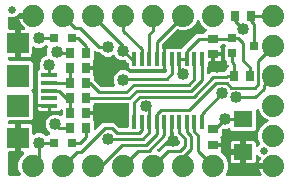
<source format=gbr>
G04 EAGLE Gerber RS-274X export*
G75*
%MOMM*%
%FSLAX34Y34*%
%LPD*%
%INTop Copper*%
%IPPOS*%
%AMOC8*
5,1,8,0,0,1.08239X$1,22.5*%
G01*
%ADD10R,0.381000X1.143000*%
%ADD11R,0.900000X0.700000*%
%ADD12R,0.700000X0.900000*%
%ADD13R,1.400000X0.350000*%
%ADD14R,1.900000X1.800000*%
%ADD15R,1.900000X1.900000*%
%ADD16C,1.879600*%
%ADD17R,1.600000X1.400000*%
%ADD18R,0.800000X0.800000*%
%ADD19R,0.700000X0.700000*%
%ADD20C,0.635000*%
%ADD21C,0.254000*%
%ADD22C,1.016000*%

G36*
X217665Y4070D02*
X217665Y4070D01*
X217705Y4067D01*
X217823Y4090D01*
X217941Y4105D01*
X217978Y4119D01*
X218017Y4127D01*
X218126Y4178D01*
X218237Y4222D01*
X218269Y4245D01*
X218305Y4262D01*
X218397Y4338D01*
X218494Y4408D01*
X218520Y4439D01*
X218550Y4464D01*
X218621Y4561D01*
X218697Y4653D01*
X218714Y4689D01*
X218738Y4722D01*
X218782Y4833D01*
X218833Y4941D01*
X218840Y4980D01*
X218855Y5017D01*
X218870Y5136D01*
X218892Y5253D01*
X218890Y5293D01*
X218895Y5333D01*
X218880Y5452D01*
X218873Y5571D01*
X218860Y5609D01*
X218855Y5648D01*
X218812Y5760D01*
X218775Y5873D01*
X218753Y5907D01*
X218739Y5944D01*
X218653Y6080D01*
X218389Y6443D01*
X217536Y8117D01*
X216955Y9904D01*
X216915Y10161D01*
X227330Y10161D01*
X227448Y10176D01*
X227567Y10183D01*
X227605Y10196D01*
X227645Y10201D01*
X227756Y10244D01*
X227869Y10281D01*
X227903Y10303D01*
X227941Y10318D01*
X228037Y10388D01*
X228138Y10451D01*
X228166Y10481D01*
X228198Y10504D01*
X228274Y10596D01*
X228356Y10683D01*
X228375Y10718D01*
X228401Y10749D01*
X228452Y10857D01*
X228509Y10961D01*
X228520Y11001D01*
X228537Y11037D01*
X228559Y11154D01*
X228589Y11269D01*
X228593Y11330D01*
X228597Y11350D01*
X228595Y11370D01*
X228599Y11430D01*
X228599Y13970D01*
X228584Y14088D01*
X228577Y14207D01*
X228564Y14245D01*
X228559Y14285D01*
X228515Y14396D01*
X228479Y14509D01*
X228457Y14544D01*
X228442Y14581D01*
X228372Y14677D01*
X228309Y14778D01*
X228279Y14806D01*
X228255Y14839D01*
X228164Y14914D01*
X228077Y14996D01*
X228042Y15016D01*
X228010Y15041D01*
X227903Y15092D01*
X227798Y15150D01*
X227759Y15160D01*
X227723Y15177D01*
X227606Y15199D01*
X227491Y15229D01*
X227430Y15233D01*
X227410Y15237D01*
X227390Y15235D01*
X227330Y15239D01*
X216915Y15239D01*
X216955Y15496D01*
X217536Y17283D01*
X218094Y18377D01*
X218097Y18386D01*
X218102Y18395D01*
X218151Y18536D01*
X218201Y18677D01*
X218202Y18686D01*
X218205Y18695D01*
X218217Y18844D01*
X218231Y18993D01*
X218230Y19003D01*
X218231Y19012D01*
X218205Y19159D01*
X218182Y19307D01*
X218178Y19316D01*
X218176Y19326D01*
X218115Y19461D01*
X218056Y19599D01*
X218050Y19607D01*
X218046Y19616D01*
X217953Y19732D01*
X217861Y19851D01*
X217853Y19857D01*
X217847Y19864D01*
X217728Y19954D01*
X217610Y20046D01*
X217601Y20050D01*
X217593Y20055D01*
X217455Y20123D01*
X215907Y21671D01*
X215797Y21757D01*
X215690Y21845D01*
X215672Y21853D01*
X215656Y21866D01*
X215528Y21921D01*
X215403Y21980D01*
X215383Y21984D01*
X215364Y21992D01*
X215227Y22014D01*
X215090Y22040D01*
X215070Y22039D01*
X215050Y22042D01*
X214911Y22029D01*
X214773Y22020D01*
X214754Y22014D01*
X214734Y22012D01*
X214603Y21965D01*
X214470Y21922D01*
X214453Y21911D01*
X214434Y21905D01*
X214319Y21827D01*
X214202Y21752D01*
X214188Y21737D01*
X214171Y21726D01*
X214079Y21622D01*
X213984Y21521D01*
X213974Y21503D01*
X213961Y21488D01*
X213897Y21363D01*
X213830Y21242D01*
X213825Y21222D01*
X213816Y21204D01*
X213786Y21068D01*
X213751Y20934D01*
X213749Y20906D01*
X213746Y20894D01*
X213747Y20874D01*
X213741Y20773D01*
X213741Y16766D01*
X213568Y16119D01*
X213233Y15540D01*
X212760Y15067D01*
X212181Y14732D01*
X211534Y14559D01*
X205739Y14559D01*
X205739Y22830D01*
X205724Y22948D01*
X205717Y23067D01*
X205704Y23105D01*
X205699Y23145D01*
X205655Y23256D01*
X205619Y23369D01*
X205597Y23404D01*
X205582Y23441D01*
X205512Y23537D01*
X205449Y23638D01*
X205419Y23666D01*
X205395Y23698D01*
X205304Y23774D01*
X205217Y23856D01*
X205182Y23875D01*
X205150Y23901D01*
X205043Y23952D01*
X204939Y24009D01*
X204899Y24020D01*
X204863Y24037D01*
X204746Y24059D01*
X204631Y24089D01*
X204570Y24093D01*
X204550Y24097D01*
X204530Y24095D01*
X204470Y24099D01*
X203199Y24099D01*
X203199Y24101D01*
X204470Y24101D01*
X204588Y24116D01*
X204707Y24123D01*
X204745Y24136D01*
X204785Y24141D01*
X204896Y24185D01*
X205009Y24221D01*
X205044Y24243D01*
X205081Y24258D01*
X205177Y24328D01*
X205278Y24391D01*
X205306Y24421D01*
X205338Y24445D01*
X205414Y24536D01*
X205496Y24623D01*
X205515Y24658D01*
X205541Y24690D01*
X205592Y24797D01*
X205649Y24901D01*
X205660Y24941D01*
X205677Y24977D01*
X205699Y25094D01*
X205729Y25209D01*
X205733Y25270D01*
X205737Y25290D01*
X205735Y25310D01*
X205739Y25370D01*
X205739Y33641D01*
X211534Y33641D01*
X212181Y33468D01*
X212760Y33133D01*
X213233Y32660D01*
X213568Y32081D01*
X213741Y31434D01*
X213741Y30027D01*
X213758Y29889D01*
X213771Y29750D01*
X213778Y29731D01*
X213781Y29711D01*
X213832Y29582D01*
X213879Y29451D01*
X213890Y29434D01*
X213898Y29415D01*
X213979Y29303D01*
X214057Y29188D01*
X214073Y29174D01*
X214084Y29158D01*
X214192Y29069D01*
X214296Y28977D01*
X214314Y28968D01*
X214329Y28955D01*
X214455Y28896D01*
X214579Y28833D01*
X214599Y28828D01*
X214617Y28820D01*
X214753Y28794D01*
X214889Y28763D01*
X214910Y28764D01*
X214929Y28760D01*
X215068Y28769D01*
X215207Y28773D01*
X215227Y28778D01*
X215247Y28780D01*
X215379Y28823D01*
X215513Y28861D01*
X215530Y28871D01*
X215549Y28878D01*
X215667Y28952D01*
X215787Y29023D01*
X215808Y29041D01*
X215818Y29048D01*
X215832Y29063D01*
X215907Y29129D01*
X217384Y30606D01*
X217402Y30629D01*
X217425Y30648D01*
X217499Y30754D01*
X217579Y30857D01*
X217591Y30884D01*
X217608Y30908D01*
X217654Y31030D01*
X217705Y31149D01*
X217710Y31178D01*
X217720Y31206D01*
X217735Y31334D01*
X217755Y31463D01*
X217752Y31492D01*
X217756Y31522D01*
X217737Y31650D01*
X217725Y31779D01*
X217715Y31807D01*
X217711Y31836D01*
X217659Y31989D01*
X216153Y35624D01*
X216153Y40576D01*
X218048Y45150D01*
X221550Y48652D01*
X223905Y49627D01*
X224025Y49696D01*
X224148Y49761D01*
X224163Y49775D01*
X224181Y49785D01*
X224281Y49882D01*
X224384Y49975D01*
X224395Y49992D01*
X224409Y50006D01*
X224482Y50124D01*
X224558Y50241D01*
X224565Y50260D01*
X224576Y50277D01*
X224616Y50410D01*
X224662Y50542D01*
X224663Y50562D01*
X224669Y50581D01*
X224676Y50720D01*
X224687Y50859D01*
X224683Y50879D01*
X224684Y50899D01*
X224656Y51035D01*
X224632Y51172D01*
X224624Y51191D01*
X224620Y51210D01*
X224559Y51335D01*
X224502Y51462D01*
X224489Y51478D01*
X224480Y51496D01*
X224390Y51602D01*
X224303Y51710D01*
X224287Y51723D01*
X224274Y51738D01*
X224160Y51818D01*
X224049Y51902D01*
X224024Y51914D01*
X224014Y51921D01*
X223995Y51928D01*
X223905Y51973D01*
X221550Y52948D01*
X218048Y56450D01*
X216691Y59727D01*
X216656Y59788D01*
X216630Y59852D01*
X216578Y59925D01*
X216533Y60003D01*
X216485Y60053D01*
X216444Y60110D01*
X216374Y60167D01*
X216312Y60232D01*
X216252Y60268D01*
X216199Y60313D01*
X216117Y60351D01*
X216041Y60398D01*
X215974Y60418D01*
X215911Y60448D01*
X215823Y60465D01*
X215737Y60491D01*
X215667Y60495D01*
X215598Y60508D01*
X215509Y60502D01*
X215419Y60507D01*
X215351Y60493D01*
X215281Y60488D01*
X215196Y60461D01*
X215108Y60442D01*
X215045Y60412D01*
X214979Y60390D01*
X214903Y60342D01*
X214822Y60303D01*
X214769Y60257D01*
X214710Y60220D01*
X214648Y60155D01*
X214580Y60096D01*
X214540Y60039D01*
X214492Y59988D01*
X214449Y59910D01*
X214397Y59836D01*
X214372Y59771D01*
X214338Y59710D01*
X214316Y59623D01*
X214284Y59539D01*
X214276Y59469D01*
X214259Y59402D01*
X214249Y59241D01*
X214249Y43837D01*
X212463Y42051D01*
X193937Y42051D01*
X191923Y44065D01*
X191900Y44083D01*
X191881Y44106D01*
X191775Y44180D01*
X191672Y44260D01*
X191645Y44272D01*
X191621Y44289D01*
X191500Y44335D01*
X191380Y44386D01*
X191351Y44391D01*
X191323Y44401D01*
X191194Y44416D01*
X191066Y44436D01*
X191037Y44433D01*
X191007Y44437D01*
X190879Y44419D01*
X190749Y44406D01*
X190722Y44396D01*
X190692Y44392D01*
X190540Y44340D01*
X189577Y43941D01*
X186618Y43941D01*
X186500Y43926D01*
X186381Y43919D01*
X186343Y43906D01*
X186302Y43901D01*
X186192Y43858D01*
X186079Y43821D01*
X186044Y43799D01*
X186007Y43784D01*
X185911Y43715D01*
X185810Y43651D01*
X185782Y43621D01*
X185749Y43598D01*
X185673Y43506D01*
X185592Y43419D01*
X185572Y43384D01*
X185547Y43353D01*
X185496Y43245D01*
X185438Y43141D01*
X185428Y43101D01*
X185411Y43065D01*
X185389Y42948D01*
X185359Y42833D01*
X185355Y42773D01*
X185351Y42753D01*
X185353Y42732D01*
X185349Y42672D01*
X185349Y38567D01*
X184150Y37368D01*
X184077Y37274D01*
X183998Y37185D01*
X183980Y37149D01*
X183955Y37117D01*
X183908Y37008D01*
X183853Y36902D01*
X183845Y36862D01*
X183829Y36825D01*
X183810Y36707D01*
X183784Y36591D01*
X183785Y36551D01*
X183779Y36511D01*
X183790Y36392D01*
X183793Y36274D01*
X183805Y36235D01*
X183809Y36194D01*
X183849Y36082D01*
X183882Y35968D01*
X183902Y35933D01*
X183916Y35895D01*
X183983Y35797D01*
X184043Y35694D01*
X184083Y35649D01*
X184095Y35632D01*
X184110Y35619D01*
X184150Y35573D01*
X184333Y35390D01*
X184668Y34811D01*
X184841Y34164D01*
X184841Y32079D01*
X178280Y32079D01*
X178162Y32064D01*
X178043Y32057D01*
X178005Y32044D01*
X177965Y32039D01*
X177854Y31996D01*
X177741Y31959D01*
X177707Y31937D01*
X177669Y31922D01*
X177573Y31853D01*
X177472Y31789D01*
X177444Y31759D01*
X177412Y31736D01*
X177336Y31644D01*
X177254Y31557D01*
X177235Y31522D01*
X177209Y31491D01*
X177158Y31383D01*
X177101Y31279D01*
X177091Y31239D01*
X177073Y31203D01*
X177051Y31086D01*
X177021Y30971D01*
X177017Y30911D01*
X177014Y30891D01*
X177015Y30870D01*
X177011Y30810D01*
X177011Y29850D01*
X177026Y29732D01*
X177033Y29613D01*
X177046Y29575D01*
X177051Y29534D01*
X177095Y29424D01*
X177131Y29311D01*
X177153Y29276D01*
X177168Y29239D01*
X177238Y29142D01*
X177301Y29042D01*
X177331Y29014D01*
X177355Y28981D01*
X177446Y28905D01*
X177533Y28824D01*
X177568Y28804D01*
X177600Y28779D01*
X177707Y28728D01*
X177812Y28670D01*
X177851Y28660D01*
X177887Y28643D01*
X178004Y28621D01*
X178120Y28591D01*
X178180Y28587D01*
X178200Y28583D01*
X178220Y28585D01*
X178280Y28581D01*
X184841Y28581D01*
X184841Y26496D01*
X184668Y25849D01*
X184306Y25223D01*
X184273Y25173D01*
X184206Y25086D01*
X184186Y25041D01*
X184159Y24999D01*
X184123Y24895D01*
X184080Y24795D01*
X184072Y24745D01*
X184056Y24698D01*
X184047Y24589D01*
X184030Y24480D01*
X184034Y24431D01*
X184030Y24381D01*
X184049Y24273D01*
X184059Y24164D01*
X184076Y24117D01*
X184085Y24068D01*
X184130Y23968D01*
X184167Y23865D01*
X184195Y23823D01*
X184215Y23778D01*
X184284Y23692D01*
X184346Y23601D01*
X184383Y23569D01*
X184414Y23530D01*
X184502Y23464D01*
X184584Y23391D01*
X184628Y23368D01*
X184668Y23338D01*
X184813Y23268D01*
X184851Y23252D01*
X188352Y19750D01*
X190247Y15176D01*
X190247Y10224D01*
X188422Y5820D01*
X188409Y5772D01*
X188388Y5727D01*
X188367Y5619D01*
X188338Y5513D01*
X188338Y5463D01*
X188328Y5414D01*
X188335Y5305D01*
X188333Y5195D01*
X188345Y5147D01*
X188348Y5097D01*
X188382Y4993D01*
X188407Y4886D01*
X188431Y4842D01*
X188446Y4795D01*
X188505Y4702D01*
X188556Y4605D01*
X188590Y4568D01*
X188616Y4526D01*
X188696Y4451D01*
X188770Y4369D01*
X188812Y4342D01*
X188848Y4308D01*
X188944Y4255D01*
X189036Y4195D01*
X189083Y4178D01*
X189126Y4154D01*
X189233Y4127D01*
X189337Y4091D01*
X189386Y4087D01*
X189434Y4075D01*
X189595Y4065D01*
X217626Y4065D01*
X217665Y4070D01*
G37*
G36*
X93371Y79255D02*
X93371Y79255D01*
X93420Y79253D01*
X93528Y79275D01*
X93637Y79289D01*
X93683Y79307D01*
X93732Y79317D01*
X93831Y79365D01*
X93933Y79406D01*
X93973Y79435D01*
X94018Y79457D01*
X94101Y79528D01*
X94190Y79592D01*
X94222Y79631D01*
X94260Y79663D01*
X94323Y79753D01*
X94393Y79837D01*
X94414Y79882D01*
X94443Y79923D01*
X94482Y80026D01*
X94528Y80125D01*
X94538Y80174D01*
X94555Y80220D01*
X94568Y80330D01*
X94588Y80437D01*
X94585Y80487D01*
X94591Y80536D01*
X94575Y80645D01*
X94568Y80755D01*
X94553Y80802D01*
X94546Y80851D01*
X94494Y81004D01*
X93471Y83473D01*
X93471Y86707D01*
X94709Y89695D01*
X96995Y91981D01*
X99983Y93219D01*
X103217Y93219D01*
X106205Y91981D01*
X107135Y91051D01*
X107213Y90990D01*
X107286Y90922D01*
X107339Y90893D01*
X107387Y90856D01*
X107477Y90816D01*
X107564Y90768D01*
X107623Y90753D01*
X107678Y90729D01*
X107776Y90714D01*
X107872Y90689D01*
X107972Y90683D01*
X107992Y90679D01*
X108005Y90681D01*
X108033Y90679D01*
X136115Y90679D01*
X136214Y90691D01*
X136313Y90694D01*
X136371Y90711D01*
X136431Y90719D01*
X136523Y90755D01*
X136618Y90783D01*
X136670Y90813D01*
X136727Y90836D01*
X136807Y90894D01*
X136892Y90944D01*
X136967Y91010D01*
X136984Y91022D01*
X136992Y91032D01*
X137013Y91050D01*
X138185Y92222D01*
X138245Y92300D01*
X138313Y92373D01*
X138342Y92426D01*
X138379Y92473D01*
X138419Y92564D01*
X138467Y92651D01*
X138482Y92710D01*
X138506Y92765D01*
X138521Y92863D01*
X138546Y92959D01*
X138552Y93059D01*
X138556Y93079D01*
X138554Y93092D01*
X138556Y93120D01*
X138556Y93472D01*
X138541Y93590D01*
X138534Y93709D01*
X138521Y93747D01*
X138516Y93788D01*
X138473Y93898D01*
X138436Y94011D01*
X138414Y94046D01*
X138399Y94083D01*
X138330Y94179D01*
X138266Y94280D01*
X138236Y94308D01*
X138213Y94341D01*
X138121Y94417D01*
X138034Y94498D01*
X137999Y94518D01*
X137968Y94543D01*
X137860Y94594D01*
X137794Y94630D01*
X137794Y102997D01*
X137794Y111253D01*
X138673Y111253D01*
X138772Y111265D01*
X138871Y111268D01*
X138929Y111285D01*
X138989Y111293D01*
X139081Y111329D01*
X139176Y111357D01*
X139228Y111387D01*
X139285Y111410D01*
X139365Y111468D01*
X139450Y111518D01*
X139525Y111584D01*
X139542Y111596D01*
X139550Y111606D01*
X139571Y111624D01*
X139707Y111761D01*
X150847Y111761D01*
X150946Y111773D01*
X151045Y111776D01*
X151103Y111793D01*
X151163Y111801D01*
X151255Y111837D01*
X151350Y111865D01*
X151402Y111895D01*
X151459Y111918D01*
X151539Y111976D01*
X151624Y112026D01*
X151699Y112092D01*
X151716Y112104D01*
X151724Y112114D01*
X151745Y112132D01*
X163969Y124357D01*
X169281Y124357D01*
X169380Y124369D01*
X169479Y124372D01*
X169537Y124389D01*
X169597Y124397D01*
X169689Y124433D01*
X169784Y124461D01*
X169836Y124491D01*
X169893Y124514D01*
X169973Y124572D01*
X170058Y124622D01*
X170134Y124688D01*
X170150Y124700D01*
X170158Y124710D01*
X170179Y124728D01*
X172128Y126678D01*
X172159Y126717D01*
X172195Y126750D01*
X172256Y126842D01*
X172323Y126929D01*
X172343Y126974D01*
X172370Y127016D01*
X172406Y127120D01*
X172449Y127221D01*
X172457Y127270D01*
X172473Y127317D01*
X172482Y127426D01*
X172499Y127535D01*
X172495Y127584D01*
X172498Y127634D01*
X172480Y127742D01*
X172469Y127851D01*
X172453Y127898D01*
X172444Y127947D01*
X172399Y128047D01*
X172362Y128151D01*
X172334Y128192D01*
X172313Y128237D01*
X172245Y128323D01*
X172183Y128414D01*
X172146Y128447D01*
X172115Y128486D01*
X172027Y128552D01*
X171945Y128624D01*
X171901Y128647D01*
X171861Y128677D01*
X171716Y128748D01*
X170750Y129148D01*
X167248Y132650D01*
X166273Y135005D01*
X166204Y135125D01*
X166139Y135248D01*
X166125Y135263D01*
X166115Y135281D01*
X166018Y135381D01*
X165925Y135484D01*
X165908Y135495D01*
X165894Y135509D01*
X165776Y135582D01*
X165659Y135658D01*
X165640Y135665D01*
X165623Y135676D01*
X165490Y135716D01*
X165358Y135762D01*
X165338Y135763D01*
X165319Y135769D01*
X165180Y135776D01*
X165041Y135787D01*
X165021Y135783D01*
X165001Y135784D01*
X164865Y135756D01*
X164728Y135732D01*
X164709Y135724D01*
X164690Y135720D01*
X164565Y135659D01*
X164438Y135602D01*
X164422Y135589D01*
X164404Y135580D01*
X164298Y135490D01*
X164190Y135403D01*
X164177Y135387D01*
X164162Y135374D01*
X164082Y135260D01*
X163998Y135149D01*
X163986Y135124D01*
X163979Y135114D01*
X163972Y135095D01*
X163927Y135005D01*
X162952Y132650D01*
X159450Y129148D01*
X154876Y127253D01*
X149924Y127253D01*
X147976Y128060D01*
X147948Y128068D01*
X147921Y128081D01*
X147794Y128110D01*
X147669Y128144D01*
X147640Y128145D01*
X147611Y128151D01*
X147481Y128147D01*
X147351Y128149D01*
X147323Y128142D01*
X147293Y128141D01*
X147168Y128105D01*
X147042Y128075D01*
X147016Y128061D01*
X146988Y128053D01*
X146876Y127987D01*
X146761Y127926D01*
X146739Y127907D01*
X146714Y127892D01*
X146593Y127785D01*
X134865Y116058D01*
X134805Y115980D01*
X134737Y115907D01*
X134708Y115854D01*
X134671Y115807D01*
X134631Y115716D01*
X134583Y115629D01*
X134568Y115570D01*
X134544Y115515D01*
X134529Y115417D01*
X134504Y115321D01*
X134498Y115221D01*
X134494Y115201D01*
X134496Y115188D01*
X134494Y115160D01*
X134494Y112522D01*
X134509Y112404D01*
X134516Y112285D01*
X134529Y112247D01*
X134534Y112206D01*
X134577Y112096D01*
X134614Y111983D01*
X134636Y111948D01*
X134651Y111911D01*
X134720Y111815D01*
X134784Y111714D01*
X134814Y111686D01*
X134837Y111653D01*
X134929Y111577D01*
X135016Y111496D01*
X135051Y111476D01*
X135082Y111451D01*
X135190Y111400D01*
X135256Y111364D01*
X135256Y102997D01*
X135256Y94741D01*
X134377Y94741D01*
X134278Y94729D01*
X134179Y94726D01*
X134121Y94709D01*
X134061Y94701D01*
X133969Y94665D01*
X133874Y94637D01*
X133822Y94607D01*
X133765Y94584D01*
X133685Y94526D01*
X133600Y94476D01*
X133525Y94410D01*
X133508Y94398D01*
X133500Y94388D01*
X133479Y94370D01*
X133343Y94233D01*
X107957Y94233D01*
X106171Y96019D01*
X106171Y99031D01*
X106159Y99130D01*
X106156Y99229D01*
X106139Y99287D01*
X106131Y99347D01*
X106095Y99439D01*
X106067Y99534D01*
X106037Y99586D01*
X106014Y99643D01*
X105956Y99723D01*
X105906Y99808D01*
X105840Y99883D01*
X105828Y99900D01*
X105818Y99908D01*
X105800Y99929D01*
X104120Y101609D01*
X104042Y101669D01*
X103969Y101737D01*
X103916Y101766D01*
X103869Y101803D01*
X103778Y101843D01*
X103691Y101891D01*
X103632Y101906D01*
X103577Y101930D01*
X103479Y101945D01*
X103383Y101970D01*
X103283Y101976D01*
X103263Y101980D01*
X103250Y101978D01*
X103222Y101980D01*
X100110Y101980D01*
X97122Y103218D01*
X94796Y105544D01*
X94791Y105554D01*
X94765Y105585D01*
X94745Y105620D01*
X94662Y105706D01*
X94585Y105796D01*
X94552Y105819D01*
X94524Y105849D01*
X94422Y105911D01*
X94325Y105979D01*
X94287Y105994D01*
X94252Y106015D01*
X94139Y106050D01*
X94027Y106092D01*
X93987Y106097D01*
X93949Y106108D01*
X93830Y106114D01*
X93711Y106127D01*
X93671Y106122D01*
X93631Y106124D01*
X93514Y106100D01*
X93396Y106083D01*
X93339Y106063D01*
X93319Y106059D01*
X93301Y106050D01*
X93244Y106031D01*
X90517Y104901D01*
X87283Y104901D01*
X84295Y106139D01*
X82095Y108340D01*
X82016Y108400D01*
X81944Y108468D01*
X81891Y108497D01*
X81843Y108534D01*
X81752Y108574D01*
X81666Y108622D01*
X81607Y108637D01*
X81552Y108661D01*
X81454Y108676D01*
X81358Y108701D01*
X81258Y108707D01*
X81237Y108711D01*
X81225Y108709D01*
X81197Y108711D01*
X79491Y108711D01*
X78715Y109487D01*
X78606Y109572D01*
X78499Y109661D01*
X78480Y109669D01*
X78464Y109682D01*
X78337Y109737D01*
X78211Y109796D01*
X78191Y109800D01*
X78172Y109808D01*
X78034Y109830D01*
X77898Y109856D01*
X77878Y109855D01*
X77858Y109858D01*
X77719Y109845D01*
X77581Y109836D01*
X77562Y109830D01*
X77542Y109828D01*
X77410Y109781D01*
X77279Y109738D01*
X77261Y109728D01*
X77242Y109721D01*
X77127Y109643D01*
X77010Y109568D01*
X76996Y109553D01*
X76979Y109542D01*
X76887Y109438D01*
X76792Y109337D01*
X76782Y109319D01*
X76769Y109304D01*
X76706Y109180D01*
X76638Y109058D01*
X76633Y109038D01*
X76624Y109020D01*
X76594Y108885D01*
X76559Y108750D01*
X76557Y108722D01*
X76554Y108710D01*
X76555Y108690D01*
X76549Y108589D01*
X76549Y102187D01*
X76222Y101860D01*
X76157Y101777D01*
X76085Y101699D01*
X76060Y101652D01*
X76027Y101609D01*
X75985Y101512D01*
X75935Y101419D01*
X75922Y101367D01*
X75901Y101317D01*
X75884Y101213D01*
X75859Y101110D01*
X75859Y101056D01*
X75851Y101003D01*
X75861Y100898D01*
X75862Y100792D01*
X75879Y100708D01*
X75881Y100686D01*
X75886Y100672D01*
X75893Y100634D01*
X76041Y100084D01*
X76041Y96999D01*
X70480Y96999D01*
X70362Y96984D01*
X70243Y96977D01*
X70205Y96964D01*
X70165Y96959D01*
X70054Y96916D01*
X69941Y96879D01*
X69907Y96857D01*
X69869Y96842D01*
X69773Y96773D01*
X69672Y96709D01*
X69644Y96679D01*
X69612Y96656D01*
X69536Y96564D01*
X69454Y96477D01*
X69435Y96442D01*
X69409Y96411D01*
X69358Y96303D01*
X69301Y96199D01*
X69291Y96159D01*
X69273Y96123D01*
X69251Y96006D01*
X69221Y95891D01*
X69217Y95831D01*
X69214Y95811D01*
X69215Y95790D01*
X69211Y95730D01*
X69211Y94770D01*
X69226Y94652D01*
X69233Y94533D01*
X69246Y94495D01*
X69251Y94454D01*
X69295Y94344D01*
X69331Y94231D01*
X69353Y94196D01*
X69368Y94159D01*
X69438Y94062D01*
X69501Y93962D01*
X69531Y93934D01*
X69555Y93901D01*
X69646Y93825D01*
X69733Y93744D01*
X69768Y93724D01*
X69800Y93699D01*
X69907Y93648D01*
X70012Y93590D01*
X70051Y93580D01*
X70087Y93563D01*
X70204Y93541D01*
X70320Y93511D01*
X70380Y93507D01*
X70400Y93503D01*
X70420Y93505D01*
X70480Y93501D01*
X76041Y93501D01*
X76041Y90416D01*
X75893Y89866D01*
X75879Y89761D01*
X75856Y89658D01*
X75858Y89604D01*
X75850Y89551D01*
X75862Y89446D01*
X75866Y89340D01*
X75881Y89288D01*
X75887Y89235D01*
X75925Y89136D01*
X75954Y89034D01*
X75981Y88988D01*
X76001Y88938D01*
X76062Y88852D01*
X76116Y88760D01*
X76172Y88696D01*
X76185Y88678D01*
X76197Y88668D01*
X76222Y88640D01*
X76549Y88313D01*
X76549Y86295D01*
X76561Y86196D01*
X76564Y86097D01*
X76581Y86039D01*
X76589Y85979D01*
X76625Y85887D01*
X76653Y85792D01*
X76683Y85740D01*
X76706Y85683D01*
X76764Y85603D01*
X76814Y85518D01*
X76880Y85443D01*
X76892Y85426D01*
X76902Y85418D01*
X76920Y85397D01*
X82697Y79620D01*
X82775Y79560D01*
X82848Y79492D01*
X82901Y79463D01*
X82948Y79426D01*
X83039Y79386D01*
X83126Y79338D01*
X83185Y79323D01*
X83240Y79299D01*
X83338Y79284D01*
X83434Y79259D01*
X83534Y79253D01*
X83554Y79249D01*
X83567Y79251D01*
X83595Y79249D01*
X93321Y79249D01*
X93371Y79255D01*
G37*
G36*
X14088Y36216D02*
X14088Y36216D01*
X14207Y36223D01*
X14245Y36236D01*
X14285Y36241D01*
X14396Y36285D01*
X14509Y36321D01*
X14544Y36343D01*
X14581Y36358D01*
X14677Y36428D01*
X14778Y36491D01*
X14806Y36521D01*
X14838Y36545D01*
X14914Y36636D01*
X14996Y36723D01*
X15015Y36758D01*
X15041Y36790D01*
X15092Y36897D01*
X15149Y37001D01*
X15160Y37041D01*
X15177Y37077D01*
X15199Y37194D01*
X15229Y37309D01*
X15233Y37370D01*
X15237Y37390D01*
X15235Y37410D01*
X15239Y37470D01*
X15239Y47741D01*
X22534Y47741D01*
X23181Y47568D01*
X23760Y47233D01*
X24233Y46760D01*
X24568Y46181D01*
X24741Y45534D01*
X24741Y40071D01*
X24747Y40021D01*
X24745Y39972D01*
X24767Y39864D01*
X24781Y39755D01*
X24799Y39709D01*
X24809Y39660D01*
X24857Y39561D01*
X24898Y39460D01*
X24927Y39419D01*
X24949Y39375D01*
X25020Y39291D01*
X25084Y39202D01*
X25123Y39170D01*
X25155Y39133D01*
X25245Y39069D01*
X25329Y38999D01*
X25374Y38978D01*
X25415Y38950D01*
X25518Y38911D01*
X25617Y38864D01*
X25666Y38855D01*
X25712Y38837D01*
X25822Y38825D01*
X25929Y38804D01*
X25979Y38807D01*
X26028Y38802D01*
X26137Y38817D01*
X26247Y38824D01*
X26294Y38839D01*
X26343Y38846D01*
X26496Y38898D01*
X28863Y39879D01*
X32097Y39879D01*
X35085Y38641D01*
X35585Y38141D01*
X35679Y38068D01*
X35768Y37989D01*
X35804Y37971D01*
X35836Y37946D01*
X35945Y37899D01*
X36051Y37845D01*
X36091Y37836D01*
X36128Y37820D01*
X36246Y37801D01*
X36361Y37775D01*
X36402Y37776D01*
X36442Y37770D01*
X36560Y37781D01*
X36679Y37785D01*
X36718Y37796D01*
X36758Y37800D01*
X36870Y37840D01*
X36985Y37873D01*
X37020Y37894D01*
X37058Y37907D01*
X37156Y37974D01*
X37259Y38035D01*
X37304Y38075D01*
X37321Y38086D01*
X37334Y38101D01*
X37380Y38141D01*
X38037Y38799D01*
X38589Y38799D01*
X38727Y38816D01*
X38866Y38829D01*
X38885Y38836D01*
X38905Y38839D01*
X39034Y38890D01*
X39165Y38937D01*
X39182Y38948D01*
X39200Y38956D01*
X39313Y39037D01*
X39428Y39115D01*
X39441Y39131D01*
X39458Y39142D01*
X39547Y39250D01*
X39639Y39354D01*
X39648Y39372D01*
X39661Y39387D01*
X39720Y39513D01*
X39783Y39637D01*
X39788Y39657D01*
X39796Y39675D01*
X39822Y39811D01*
X39853Y39947D01*
X39852Y39968D01*
X39856Y39987D01*
X39847Y40126D01*
X39843Y40265D01*
X39837Y40285D01*
X39836Y40305D01*
X39793Y40437D01*
X39755Y40571D01*
X39744Y40588D01*
X39738Y40607D01*
X39664Y40725D01*
X39593Y40845D01*
X39575Y40866D01*
X39568Y40876D01*
X39553Y40890D01*
X39487Y40965D01*
X37305Y43147D01*
X36067Y46135D01*
X36067Y49369D01*
X37305Y52357D01*
X39591Y54643D01*
X42579Y55881D01*
X45813Y55881D01*
X48696Y54686D01*
X48744Y54673D01*
X48789Y54652D01*
X48897Y54631D01*
X49003Y54602D01*
X49053Y54602D01*
X49102Y54592D01*
X49211Y54599D01*
X49321Y54597D01*
X49369Y54609D01*
X49419Y54612D01*
X49523Y54646D01*
X49630Y54672D01*
X49674Y54695D01*
X49721Y54710D01*
X49814Y54769D01*
X49911Y54820D01*
X49948Y54854D01*
X49990Y54880D01*
X50065Y54960D01*
X50147Y55034D01*
X50174Y55076D01*
X50208Y55112D01*
X50261Y55208D01*
X50321Y55300D01*
X50338Y55347D01*
X50362Y55390D01*
X50389Y55497D01*
X50425Y55601D01*
X50429Y55650D01*
X50441Y55698D01*
X50451Y55859D01*
X50451Y59044D01*
X50434Y59182D01*
X50421Y59320D01*
X50414Y59339D01*
X50411Y59359D01*
X50360Y59489D01*
X50313Y59620D01*
X50302Y59636D01*
X50294Y59655D01*
X50213Y59768D01*
X50135Y59883D01*
X50119Y59896D01*
X50108Y59912D01*
X50000Y60001D01*
X49896Y60093D01*
X49878Y60102D01*
X49863Y60115D01*
X49737Y60175D01*
X49613Y60238D01*
X49593Y60242D01*
X49575Y60251D01*
X49438Y60277D01*
X49303Y60307D01*
X49282Y60307D01*
X49263Y60311D01*
X49124Y60302D01*
X48985Y60298D01*
X48965Y60292D01*
X48945Y60291D01*
X48813Y60248D01*
X48679Y60209D01*
X48662Y60199D01*
X48643Y60193D01*
X48525Y60119D01*
X48405Y60048D01*
X48384Y60029D01*
X48374Y60023D01*
X48360Y60008D01*
X48284Y59941D01*
X47760Y59417D01*
X47181Y59082D01*
X46534Y58909D01*
X40469Y58909D01*
X40469Y63200D01*
X40454Y63318D01*
X40447Y63437D01*
X40435Y63475D01*
X40430Y63515D01*
X40386Y63626D01*
X40349Y63739D01*
X40327Y63773D01*
X40313Y63811D01*
X40243Y63907D01*
X40179Y64008D01*
X40178Y64008D01*
X40149Y64036D01*
X40126Y64068D01*
X40125Y64069D01*
X40033Y64145D01*
X39947Y64226D01*
X39911Y64246D01*
X39880Y64272D01*
X39773Y64322D01*
X39668Y64380D01*
X39629Y64390D01*
X39593Y64407D01*
X39476Y64429D01*
X39360Y64459D01*
X39300Y64463D01*
X39280Y64467D01*
X39260Y64466D01*
X39200Y64469D01*
X29659Y64469D01*
X29659Y65287D01*
X29673Y65387D01*
X29696Y65490D01*
X29695Y65544D01*
X29702Y65597D01*
X29690Y65702D01*
X29687Y65808D01*
X29672Y65860D01*
X29665Y65913D01*
X29627Y66012D01*
X29598Y66113D01*
X29571Y66160D01*
X29551Y66210D01*
X29490Y66296D01*
X29437Y66387D01*
X29380Y66452D01*
X29367Y66469D01*
X29355Y66480D01*
X29330Y66508D01*
X29151Y66687D01*
X29151Y92213D01*
X31157Y94219D01*
X31175Y94242D01*
X31198Y94261D01*
X31272Y94367D01*
X31352Y94470D01*
X31364Y94497D01*
X31381Y94521D01*
X31427Y94642D01*
X31478Y94762D01*
X31483Y94791D01*
X31493Y94818D01*
X31508Y94947D01*
X31528Y95076D01*
X31525Y95105D01*
X31529Y95135D01*
X31511Y95263D01*
X31498Y95392D01*
X31488Y95420D01*
X31484Y95449D01*
X31432Y95602D01*
X31071Y96473D01*
X31071Y99707D01*
X32309Y102695D01*
X34595Y104981D01*
X36473Y105759D01*
X36576Y105818D01*
X36684Y105870D01*
X36714Y105897D01*
X36750Y105917D01*
X36835Y106000D01*
X36926Y106077D01*
X36949Y106110D01*
X36978Y106138D01*
X37040Y106240D01*
X37109Y106337D01*
X37123Y106374D01*
X37144Y106409D01*
X37179Y106523D01*
X37221Y106634D01*
X37226Y106674D01*
X37238Y106713D01*
X37243Y106832D01*
X37257Y106950D01*
X37251Y106990D01*
X37253Y107031D01*
X37229Y107147D01*
X37212Y107265D01*
X37193Y107322D01*
X37189Y107342D01*
X37180Y107361D01*
X37160Y107417D01*
X37083Y107603D01*
X37083Y110837D01*
X37848Y112683D01*
X37856Y112711D01*
X37869Y112737D01*
X37897Y112864D01*
X37932Y112989D01*
X37932Y113019D01*
X37939Y113048D01*
X37935Y113177D01*
X37937Y113307D01*
X37930Y113336D01*
X37929Y113366D01*
X37893Y113490D01*
X37863Y113617D01*
X37849Y113643D01*
X37841Y113671D01*
X37775Y113783D01*
X37714Y113898D01*
X37694Y113920D01*
X37679Y113945D01*
X37573Y114066D01*
X37380Y114259D01*
X37285Y114332D01*
X37196Y114411D01*
X37160Y114429D01*
X37128Y114454D01*
X37019Y114501D01*
X36913Y114555D01*
X36874Y114564D01*
X36836Y114580D01*
X36719Y114599D01*
X36603Y114625D01*
X36562Y114624D01*
X36522Y114630D01*
X36404Y114619D01*
X36285Y114615D01*
X36246Y114604D01*
X36206Y114600D01*
X36094Y114560D01*
X35979Y114527D01*
X35945Y114506D01*
X35906Y114493D01*
X35808Y114426D01*
X35705Y114365D01*
X35660Y114325D01*
X35643Y114314D01*
X35630Y114299D01*
X35585Y114259D01*
X35085Y113759D01*
X32097Y112521D01*
X28863Y112521D01*
X26496Y113502D01*
X26448Y113515D01*
X26403Y113536D01*
X26295Y113557D01*
X26189Y113586D01*
X26139Y113587D01*
X26090Y113596D01*
X25981Y113589D01*
X25871Y113591D01*
X25823Y113579D01*
X25773Y113576D01*
X25669Y113542D01*
X25562Y113517D01*
X25518Y113493D01*
X25471Y113478D01*
X25378Y113419D01*
X25281Y113368D01*
X25244Y113335D01*
X25202Y113308D01*
X25127Y113228D01*
X25045Y113154D01*
X25018Y113113D01*
X24984Y113076D01*
X24931Y112980D01*
X24871Y112888D01*
X24854Y112841D01*
X24830Y112798D01*
X24803Y112692D01*
X24767Y112588D01*
X24763Y112538D01*
X24751Y112490D01*
X24741Y112329D01*
X24741Y106866D01*
X24568Y106219D01*
X24233Y105640D01*
X23760Y105167D01*
X23181Y104832D01*
X22534Y104659D01*
X15239Y104659D01*
X15239Y114930D01*
X15224Y115048D01*
X15217Y115167D01*
X15204Y115205D01*
X15199Y115245D01*
X15155Y115356D01*
X15119Y115469D01*
X15097Y115504D01*
X15082Y115541D01*
X15012Y115637D01*
X14949Y115738D01*
X14919Y115766D01*
X14895Y115798D01*
X14804Y115874D01*
X14717Y115956D01*
X14682Y115975D01*
X14650Y116001D01*
X14543Y116052D01*
X14439Y116109D01*
X14399Y116120D01*
X14363Y116137D01*
X14246Y116159D01*
X14131Y116189D01*
X14070Y116193D01*
X14050Y116197D01*
X14030Y116195D01*
X13970Y116199D01*
X11430Y116199D01*
X11312Y116184D01*
X11193Y116177D01*
X11155Y116164D01*
X11115Y116159D01*
X11004Y116115D01*
X10891Y116079D01*
X10856Y116057D01*
X10819Y116042D01*
X10723Y115972D01*
X10622Y115909D01*
X10594Y115879D01*
X10561Y115855D01*
X10486Y115764D01*
X10404Y115677D01*
X10384Y115642D01*
X10359Y115610D01*
X10308Y115503D01*
X10250Y115399D01*
X10240Y115359D01*
X10223Y115323D01*
X10201Y115206D01*
X10171Y115091D01*
X10167Y115030D01*
X10163Y115010D01*
X10165Y114990D01*
X10161Y114930D01*
X10161Y104659D01*
X5334Y104659D01*
X5216Y104644D01*
X5097Y104637D01*
X5059Y104624D01*
X5018Y104619D01*
X4908Y104576D01*
X4795Y104539D01*
X4760Y104517D01*
X4723Y104502D01*
X4627Y104433D01*
X4526Y104369D01*
X4498Y104339D01*
X4465Y104316D01*
X4389Y104224D01*
X4308Y104137D01*
X4288Y104102D01*
X4263Y104071D01*
X4212Y103963D01*
X4154Y103859D01*
X4144Y103819D01*
X4127Y103783D01*
X4105Y103666D01*
X4075Y103551D01*
X4071Y103491D01*
X4067Y103471D01*
X4069Y103450D01*
X4065Y103390D01*
X4065Y102718D01*
X4080Y102600D01*
X4087Y102481D01*
X4100Y102443D01*
X4105Y102402D01*
X4148Y102292D01*
X4185Y102179D01*
X4207Y102144D01*
X4222Y102107D01*
X4291Y102011D01*
X4355Y101910D01*
X4385Y101882D01*
X4408Y101849D01*
X4500Y101773D01*
X4587Y101692D01*
X4622Y101672D01*
X4653Y101647D01*
X4761Y101596D01*
X4865Y101538D01*
X4905Y101528D01*
X4941Y101511D01*
X5058Y101489D01*
X5173Y101459D01*
X5233Y101455D01*
X5253Y101451D01*
X5274Y101453D01*
X5334Y101449D01*
X23463Y101449D01*
X25249Y99663D01*
X25249Y78137D01*
X24209Y77098D01*
X24136Y77003D01*
X24057Y76914D01*
X24039Y76878D01*
X24014Y76846D01*
X23967Y76737D01*
X23913Y76631D01*
X23904Y76592D01*
X23888Y76554D01*
X23869Y76437D01*
X23843Y76321D01*
X23844Y76280D01*
X23838Y76240D01*
X23849Y76122D01*
X23853Y76003D01*
X23864Y75964D01*
X23868Y75924D01*
X23908Y75811D01*
X23941Y75697D01*
X23962Y75663D01*
X23975Y75624D01*
X24042Y75526D01*
X24103Y75423D01*
X24143Y75378D01*
X24154Y75361D01*
X24169Y75348D01*
X24209Y75303D01*
X25249Y74263D01*
X25249Y52737D01*
X23463Y50951D01*
X5334Y50951D01*
X5216Y50936D01*
X5097Y50929D01*
X5059Y50916D01*
X5018Y50911D01*
X4908Y50868D01*
X4795Y50831D01*
X4760Y50809D01*
X4723Y50794D01*
X4627Y50725D01*
X4526Y50661D01*
X4498Y50631D01*
X4465Y50608D01*
X4389Y50516D01*
X4308Y50429D01*
X4288Y50394D01*
X4263Y50363D01*
X4212Y50255D01*
X4154Y50151D01*
X4144Y50111D01*
X4127Y50075D01*
X4105Y49958D01*
X4075Y49843D01*
X4071Y49783D01*
X4067Y49763D01*
X4069Y49742D01*
X4065Y49682D01*
X4065Y49010D01*
X4080Y48892D01*
X4087Y48773D01*
X4100Y48735D01*
X4105Y48694D01*
X4148Y48584D01*
X4185Y48471D01*
X4207Y48436D01*
X4222Y48399D01*
X4291Y48303D01*
X4355Y48202D01*
X4385Y48174D01*
X4408Y48141D01*
X4500Y48065D01*
X4587Y47984D01*
X4622Y47964D01*
X4653Y47939D01*
X4761Y47888D01*
X4865Y47830D01*
X4905Y47820D01*
X4941Y47803D01*
X5058Y47781D01*
X5173Y47751D01*
X5233Y47747D01*
X5253Y47743D01*
X5274Y47745D01*
X5334Y47741D01*
X10161Y47741D01*
X10161Y37470D01*
X10176Y37352D01*
X10183Y37233D01*
X10196Y37195D01*
X10201Y37155D01*
X10244Y37044D01*
X10281Y36931D01*
X10303Y36896D01*
X10318Y36859D01*
X10388Y36763D01*
X10451Y36662D01*
X10481Y36634D01*
X10505Y36602D01*
X10596Y36526D01*
X10683Y36444D01*
X10718Y36425D01*
X10749Y36399D01*
X10857Y36348D01*
X10961Y36291D01*
X11001Y36280D01*
X11037Y36263D01*
X11154Y36241D01*
X11269Y36211D01*
X11330Y36207D01*
X11350Y36203D01*
X11370Y36205D01*
X11430Y36201D01*
X13970Y36201D01*
X14088Y36216D01*
G37*
G36*
X77876Y43061D02*
X77876Y43061D01*
X78015Y43065D01*
X78035Y43070D01*
X78055Y43072D01*
X78187Y43114D01*
X78321Y43153D01*
X78338Y43163D01*
X78357Y43170D01*
X78475Y43244D01*
X78595Y43315D01*
X78616Y43333D01*
X78626Y43340D01*
X78640Y43355D01*
X78715Y43421D01*
X81162Y45867D01*
X84063Y48769D01*
X93737Y48769D01*
X97683Y44822D01*
X97761Y44762D01*
X97834Y44694D01*
X97887Y44665D01*
X97934Y44628D01*
X98025Y44588D01*
X98112Y44540D01*
X98171Y44525D01*
X98226Y44501D01*
X98324Y44486D01*
X98420Y44461D01*
X98520Y44455D01*
X98540Y44451D01*
X98553Y44453D01*
X98581Y44451D01*
X104902Y44451D01*
X105020Y44466D01*
X105139Y44473D01*
X105177Y44486D01*
X105218Y44491D01*
X105328Y44534D01*
X105441Y44571D01*
X105476Y44593D01*
X105513Y44608D01*
X105609Y44677D01*
X105710Y44741D01*
X105738Y44771D01*
X105771Y44794D01*
X105847Y44886D01*
X105928Y44973D01*
X105948Y45008D01*
X105973Y45039D01*
X106024Y45147D01*
X106082Y45251D01*
X106092Y45291D01*
X106109Y45327D01*
X106131Y45444D01*
X106161Y45559D01*
X106165Y45619D01*
X106169Y45639D01*
X106167Y45660D01*
X106171Y45720D01*
X106171Y56381D01*
X106435Y56644D01*
X106495Y56722D01*
X106563Y56794D01*
X106592Y56847D01*
X106629Y56895D01*
X106669Y56986D01*
X106717Y57073D01*
X106732Y57132D01*
X106756Y57187D01*
X106771Y57285D01*
X106796Y57381D01*
X106802Y57481D01*
X106806Y57501D01*
X106804Y57514D01*
X106806Y57542D01*
X106806Y64262D01*
X106791Y64380D01*
X106784Y64499D01*
X106771Y64537D01*
X106766Y64578D01*
X106723Y64688D01*
X106686Y64801D01*
X106664Y64836D01*
X106649Y64873D01*
X106580Y64969D01*
X106516Y65070D01*
X106486Y65098D01*
X106463Y65131D01*
X106371Y65207D01*
X106284Y65288D01*
X106249Y65308D01*
X106218Y65333D01*
X106110Y65384D01*
X106006Y65442D01*
X105966Y65452D01*
X105930Y65469D01*
X105813Y65491D01*
X105698Y65521D01*
X105638Y65525D01*
X105618Y65529D01*
X105597Y65527D01*
X105537Y65531D01*
X77818Y65531D01*
X77700Y65516D01*
X77581Y65509D01*
X77543Y65496D01*
X77502Y65491D01*
X77392Y65448D01*
X77279Y65411D01*
X77244Y65389D01*
X77207Y65374D01*
X77111Y65305D01*
X77010Y65241D01*
X76982Y65211D01*
X76949Y65188D01*
X76873Y65096D01*
X76792Y65009D01*
X76772Y64974D01*
X76747Y64943D01*
X76696Y64835D01*
X76638Y64731D01*
X76628Y64691D01*
X76611Y64655D01*
X76589Y64538D01*
X76559Y64423D01*
X76555Y64363D01*
X76551Y64343D01*
X76553Y64322D01*
X76549Y64262D01*
X76549Y64087D01*
X76222Y63760D01*
X76157Y63677D01*
X76085Y63599D01*
X76060Y63552D01*
X76027Y63509D01*
X75985Y63412D01*
X75935Y63319D01*
X75922Y63267D01*
X75901Y63217D01*
X75884Y63113D01*
X75859Y63010D01*
X75859Y62956D01*
X75851Y62903D01*
X75861Y62798D01*
X75862Y62692D01*
X75879Y62608D01*
X75881Y62586D01*
X75886Y62572D01*
X75893Y62534D01*
X76041Y61984D01*
X76041Y58899D01*
X70480Y58899D01*
X70362Y58884D01*
X70243Y58877D01*
X70205Y58864D01*
X70165Y58859D01*
X70054Y58816D01*
X69941Y58779D01*
X69907Y58757D01*
X69869Y58742D01*
X69773Y58673D01*
X69672Y58609D01*
X69644Y58579D01*
X69612Y58556D01*
X69536Y58464D01*
X69454Y58377D01*
X69435Y58342D01*
X69409Y58311D01*
X69358Y58203D01*
X69301Y58099D01*
X69291Y58059D01*
X69273Y58023D01*
X69251Y57906D01*
X69221Y57791D01*
X69217Y57731D01*
X69214Y57711D01*
X69215Y57690D01*
X69211Y57630D01*
X69211Y56670D01*
X69226Y56552D01*
X69233Y56433D01*
X69246Y56395D01*
X69251Y56354D01*
X69295Y56244D01*
X69331Y56131D01*
X69353Y56096D01*
X69368Y56059D01*
X69438Y55962D01*
X69501Y55862D01*
X69531Y55834D01*
X69555Y55801D01*
X69646Y55725D01*
X69733Y55644D01*
X69768Y55624D01*
X69800Y55599D01*
X69907Y55548D01*
X70012Y55490D01*
X70051Y55480D01*
X70087Y55463D01*
X70204Y55441D01*
X70320Y55411D01*
X70380Y55407D01*
X70400Y55403D01*
X70420Y55405D01*
X70480Y55401D01*
X76041Y55401D01*
X76041Y52316D01*
X75893Y51766D01*
X75879Y51661D01*
X75856Y51558D01*
X75858Y51504D01*
X75850Y51451D01*
X75862Y51346D01*
X75866Y51240D01*
X75881Y51188D01*
X75887Y51135D01*
X75925Y51036D01*
X75954Y50934D01*
X75981Y50888D01*
X76001Y50838D01*
X76062Y50752D01*
X76115Y50661D01*
X76172Y50596D01*
X76185Y50578D01*
X76197Y50568D01*
X76222Y50540D01*
X76549Y50213D01*
X76549Y44319D01*
X76566Y44181D01*
X76579Y44042D01*
X76586Y44023D01*
X76589Y44003D01*
X76640Y43874D01*
X76687Y43743D01*
X76698Y43726D01*
X76706Y43707D01*
X76787Y43595D01*
X76865Y43480D01*
X76881Y43466D01*
X76892Y43450D01*
X77000Y43361D01*
X77104Y43269D01*
X77122Y43260D01*
X77137Y43247D01*
X77263Y43188D01*
X77387Y43125D01*
X77407Y43120D01*
X77425Y43112D01*
X77561Y43086D01*
X77697Y43055D01*
X77718Y43056D01*
X77737Y43052D01*
X77876Y43061D01*
G37*
G36*
X13654Y4071D02*
X13654Y4071D01*
X13704Y4069D01*
X13811Y4091D01*
X13921Y4105D01*
X13967Y4123D01*
X14015Y4133D01*
X14114Y4181D01*
X14216Y4222D01*
X14256Y4251D01*
X14301Y4273D01*
X14385Y4344D01*
X14474Y4408D01*
X14505Y4447D01*
X14543Y4479D01*
X14606Y4569D01*
X14676Y4653D01*
X14698Y4698D01*
X14726Y4739D01*
X14765Y4842D01*
X14812Y4941D01*
X14821Y4990D01*
X14839Y5036D01*
X14851Y5146D01*
X14872Y5253D01*
X14869Y5303D01*
X14874Y5352D01*
X14859Y5461D01*
X14852Y5571D01*
X14837Y5618D01*
X14830Y5667D01*
X14778Y5820D01*
X12953Y10224D01*
X12953Y15176D01*
X14848Y19750D01*
X17590Y22493D01*
X17675Y22602D01*
X17764Y22709D01*
X17773Y22728D01*
X17785Y22744D01*
X17841Y22872D01*
X17900Y22997D01*
X17903Y23017D01*
X17911Y23036D01*
X17933Y23174D01*
X17959Y23310D01*
X17958Y23330D01*
X17961Y23350D01*
X17948Y23489D01*
X17940Y23627D01*
X17933Y23646D01*
X17932Y23666D01*
X17884Y23798D01*
X17842Y23929D01*
X17831Y23947D01*
X17824Y23966D01*
X17746Y24081D01*
X17671Y24198D01*
X17657Y24212D01*
X17645Y24229D01*
X17541Y24321D01*
X17440Y24416D01*
X17422Y24426D01*
X17407Y24439D01*
X17283Y24503D01*
X17161Y24570D01*
X17142Y24575D01*
X17124Y24584D01*
X16988Y24614D01*
X16853Y24649D01*
X16825Y24651D01*
X16813Y24654D01*
X16793Y24653D01*
X16693Y24659D01*
X15239Y24659D01*
X15239Y34930D01*
X15224Y35048D01*
X15217Y35167D01*
X15204Y35205D01*
X15199Y35245D01*
X15155Y35356D01*
X15119Y35469D01*
X15097Y35504D01*
X15082Y35541D01*
X15012Y35637D01*
X14949Y35738D01*
X14919Y35766D01*
X14895Y35798D01*
X14804Y35874D01*
X14717Y35956D01*
X14682Y35975D01*
X14650Y36001D01*
X14543Y36052D01*
X14439Y36109D01*
X14399Y36120D01*
X14363Y36137D01*
X14246Y36159D01*
X14131Y36189D01*
X14070Y36193D01*
X14050Y36197D01*
X14030Y36195D01*
X13970Y36199D01*
X11430Y36199D01*
X11312Y36184D01*
X11193Y36177D01*
X11155Y36164D01*
X11115Y36159D01*
X11004Y36115D01*
X10891Y36079D01*
X10856Y36057D01*
X10819Y36042D01*
X10723Y35972D01*
X10622Y35909D01*
X10594Y35879D01*
X10561Y35855D01*
X10486Y35764D01*
X10404Y35677D01*
X10384Y35642D01*
X10359Y35610D01*
X10308Y35503D01*
X10250Y35399D01*
X10240Y35359D01*
X10223Y35323D01*
X10201Y35206D01*
X10171Y35091D01*
X10167Y35030D01*
X10163Y35010D01*
X10165Y34990D01*
X10161Y34930D01*
X10161Y24659D01*
X5334Y24659D01*
X5216Y24644D01*
X5097Y24637D01*
X5059Y24624D01*
X5018Y24619D01*
X4908Y24576D01*
X4795Y24539D01*
X4760Y24517D01*
X4723Y24502D01*
X4627Y24433D01*
X4526Y24369D01*
X4498Y24339D01*
X4465Y24316D01*
X4389Y24224D01*
X4308Y24137D01*
X4288Y24102D01*
X4263Y24071D01*
X4212Y23963D01*
X4154Y23859D01*
X4144Y23819D01*
X4127Y23783D01*
X4105Y23666D01*
X4075Y23551D01*
X4071Y23491D01*
X4067Y23471D01*
X4069Y23450D01*
X4065Y23390D01*
X4065Y5334D01*
X4080Y5216D01*
X4087Y5097D01*
X4100Y5059D01*
X4105Y5018D01*
X4148Y4908D01*
X4185Y4795D01*
X4207Y4760D01*
X4222Y4723D01*
X4291Y4627D01*
X4355Y4526D01*
X4385Y4498D01*
X4408Y4465D01*
X4500Y4389D01*
X4587Y4308D01*
X4622Y4288D01*
X4653Y4263D01*
X4761Y4212D01*
X4865Y4154D01*
X4905Y4144D01*
X4941Y4127D01*
X5058Y4105D01*
X5173Y4075D01*
X5233Y4071D01*
X5253Y4067D01*
X5274Y4069D01*
X5334Y4065D01*
X13605Y4065D01*
X13654Y4071D01*
G37*
G36*
X173921Y90338D02*
X173921Y90338D01*
X174060Y90342D01*
X174080Y90347D01*
X174100Y90349D01*
X174232Y90391D01*
X174366Y90430D01*
X174383Y90440D01*
X174402Y90447D01*
X174520Y90521D01*
X174640Y90592D01*
X174661Y90610D01*
X174671Y90617D01*
X174685Y90632D01*
X174760Y90698D01*
X175757Y91695D01*
X186661Y91695D01*
X186760Y91707D01*
X186859Y91710D01*
X186917Y91727D01*
X186977Y91735D01*
X187069Y91771D01*
X187164Y91799D01*
X187216Y91829D01*
X187273Y91852D01*
X187353Y91910D01*
X187438Y91960D01*
X187513Y92026D01*
X187530Y92038D01*
X187538Y92048D01*
X187559Y92066D01*
X188764Y93271D01*
X188824Y93349D01*
X188892Y93422D01*
X188921Y93475D01*
X188958Y93522D01*
X188998Y93613D01*
X189046Y93700D01*
X189061Y93759D01*
X189085Y93814D01*
X189100Y93912D01*
X189125Y94008D01*
X189130Y94087D01*
X189133Y94101D01*
X189132Y94112D01*
X189135Y94128D01*
X189133Y94141D01*
X189135Y94169D01*
X189135Y94663D01*
X190605Y96132D01*
X190678Y96227D01*
X190757Y96316D01*
X190775Y96352D01*
X190800Y96384D01*
X190847Y96493D01*
X190901Y96599D01*
X190910Y96638D01*
X190926Y96676D01*
X190945Y96793D01*
X190971Y96909D01*
X190970Y96950D01*
X190976Y96990D01*
X190965Y97108D01*
X190961Y97227D01*
X190950Y97266D01*
X190946Y97306D01*
X190906Y97418D01*
X190873Y97533D01*
X190852Y97567D01*
X190839Y97606D01*
X190772Y97704D01*
X190711Y97807D01*
X190671Y97852D01*
X190660Y97869D01*
X190645Y97882D01*
X190605Y97927D01*
X189631Y98901D01*
X189631Y100281D01*
X189619Y100380D01*
X189616Y100479D01*
X189599Y100537D01*
X189591Y100597D01*
X189555Y100689D01*
X189527Y100784D01*
X189497Y100836D01*
X189474Y100893D01*
X189416Y100973D01*
X189366Y101058D01*
X189300Y101133D01*
X189288Y101150D01*
X189278Y101158D01*
X189260Y101179D01*
X187401Y103037D01*
X187401Y112563D01*
X188241Y113403D01*
X188314Y113497D01*
X188393Y113586D01*
X188411Y113622D01*
X188436Y113654D01*
X188483Y113763D01*
X188537Y113869D01*
X188546Y113909D01*
X188562Y113946D01*
X188581Y114063D01*
X188607Y114179D01*
X188606Y114220D01*
X188612Y114260D01*
X188601Y114379D01*
X188597Y114497D01*
X188586Y114536D01*
X188582Y114576D01*
X188542Y114688D01*
X188509Y114803D01*
X188488Y114838D01*
X188475Y114876D01*
X188408Y114974D01*
X188347Y115077D01*
X188308Y115122D01*
X188296Y115139D01*
X188281Y115152D01*
X188241Y115198D01*
X188091Y115348D01*
X188013Y115408D01*
X187941Y115476D01*
X187887Y115505D01*
X187840Y115543D01*
X187749Y115582D01*
X187662Y115630D01*
X187603Y115645D01*
X187548Y115669D01*
X187450Y115684D01*
X187354Y115709D01*
X187254Y115715D01*
X187234Y115719D01*
X187221Y115717D01*
X187193Y115719D01*
X186319Y115719D01*
X186220Y115707D01*
X186121Y115704D01*
X186063Y115687D01*
X186003Y115679D01*
X185911Y115643D01*
X185816Y115615D01*
X185764Y115585D01*
X185707Y115562D01*
X185627Y115504D01*
X185542Y115454D01*
X185466Y115388D01*
X185450Y115376D01*
X185442Y115366D01*
X185421Y115348D01*
X184150Y114076D01*
X184077Y113982D01*
X183998Y113893D01*
X183980Y113857D01*
X183955Y113825D01*
X183908Y113716D01*
X183853Y113610D01*
X183845Y113570D01*
X183829Y113533D01*
X183810Y113415D01*
X183784Y113299D01*
X183785Y113259D01*
X183779Y113219D01*
X183790Y113100D01*
X183793Y112982D01*
X183805Y112943D01*
X183809Y112902D01*
X183849Y112790D01*
X183882Y112676D01*
X183902Y112641D01*
X183916Y112603D01*
X183983Y112505D01*
X184043Y112402D01*
X184083Y112357D01*
X184095Y112340D01*
X184110Y112327D01*
X184150Y112281D01*
X184333Y112098D01*
X184668Y111519D01*
X184841Y110872D01*
X184841Y108787D01*
X178280Y108787D01*
X178162Y108772D01*
X178043Y108765D01*
X178005Y108752D01*
X177965Y108747D01*
X177854Y108704D01*
X177741Y108667D01*
X177707Y108645D01*
X177669Y108630D01*
X177573Y108561D01*
X177472Y108497D01*
X177444Y108467D01*
X177412Y108444D01*
X177336Y108352D01*
X177254Y108265D01*
X177235Y108230D01*
X177209Y108199D01*
X177158Y108091D01*
X177101Y107987D01*
X177091Y107947D01*
X177073Y107911D01*
X177051Y107794D01*
X177045Y107792D01*
X177004Y107787D01*
X176894Y107743D01*
X176781Y107707D01*
X176746Y107685D01*
X176709Y107670D01*
X176612Y107600D01*
X176512Y107537D01*
X176484Y107507D01*
X176451Y107483D01*
X176375Y107392D01*
X176294Y107305D01*
X176274Y107270D01*
X176249Y107238D01*
X176198Y107131D01*
X176140Y107026D01*
X176130Y106987D01*
X176113Y106951D01*
X176091Y106834D01*
X176061Y106718D01*
X176057Y106658D01*
X176053Y106638D01*
X176055Y106618D01*
X176051Y106558D01*
X176051Y100997D01*
X174498Y100997D01*
X174380Y100982D01*
X174261Y100975D01*
X174223Y100962D01*
X174182Y100957D01*
X174072Y100914D01*
X173959Y100877D01*
X173924Y100855D01*
X173887Y100840D01*
X173791Y100771D01*
X173690Y100707D01*
X173662Y100677D01*
X173629Y100654D01*
X173553Y100562D01*
X173472Y100475D01*
X173452Y100440D01*
X173427Y100409D01*
X173376Y100301D01*
X173318Y100197D01*
X173308Y100157D01*
X173291Y100121D01*
X173269Y100004D01*
X173239Y99889D01*
X173235Y99829D01*
X173231Y99809D01*
X173233Y99788D01*
X173229Y99728D01*
X173229Y96019D01*
X172966Y95756D01*
X172905Y95678D01*
X172837Y95606D01*
X172808Y95553D01*
X172771Y95505D01*
X172731Y95414D01*
X172683Y95327D01*
X172668Y95269D01*
X172644Y95213D01*
X172629Y95115D01*
X172604Y95019D01*
X172598Y94919D01*
X172594Y94899D01*
X172596Y94886D01*
X172594Y94858D01*
X172594Y91596D01*
X172611Y91458D01*
X172624Y91319D01*
X172631Y91300D01*
X172634Y91280D01*
X172685Y91151D01*
X172732Y91020D01*
X172743Y91003D01*
X172751Y90984D01*
X172832Y90872D01*
X172910Y90757D01*
X172926Y90743D01*
X172937Y90727D01*
X173045Y90638D01*
X173149Y90546D01*
X173167Y90537D01*
X173182Y90524D01*
X173308Y90465D01*
X173432Y90402D01*
X173452Y90397D01*
X173470Y90389D01*
X173607Y90363D01*
X173742Y90332D01*
X173763Y90333D01*
X173782Y90329D01*
X173921Y90338D01*
G37*
G36*
X14088Y116216D02*
X14088Y116216D01*
X14207Y116223D01*
X14245Y116236D01*
X14285Y116241D01*
X14396Y116285D01*
X14509Y116321D01*
X14544Y116343D01*
X14581Y116358D01*
X14677Y116428D01*
X14778Y116491D01*
X14806Y116521D01*
X14838Y116545D01*
X14914Y116636D01*
X14996Y116723D01*
X15015Y116758D01*
X15041Y116790D01*
X15092Y116897D01*
X15149Y117001D01*
X15160Y117041D01*
X15177Y117077D01*
X15199Y117194D01*
X15229Y117309D01*
X15233Y117370D01*
X15237Y117390D01*
X15235Y117410D01*
X15239Y117470D01*
X15239Y127741D01*
X17643Y127741D01*
X17722Y127751D01*
X17801Y127751D01*
X17879Y127771D01*
X17958Y127781D01*
X18032Y127810D01*
X18110Y127830D01*
X18180Y127868D01*
X18254Y127898D01*
X18319Y127944D01*
X18388Y127983D01*
X18447Y128037D01*
X18511Y128084D01*
X18562Y128146D01*
X18620Y128200D01*
X18663Y128268D01*
X18714Y128329D01*
X18748Y128401D01*
X18791Y128469D01*
X18816Y128545D01*
X18850Y128617D01*
X18865Y128695D01*
X18889Y128771D01*
X18894Y128851D01*
X18909Y128929D01*
X18905Y129009D01*
X18910Y129088D01*
X18895Y129167D01*
X18890Y129247D01*
X18865Y129323D01*
X18850Y129401D01*
X18816Y129473D01*
X18792Y129549D01*
X18749Y129617D01*
X18715Y129689D01*
X18664Y129750D01*
X18622Y129818D01*
X18564Y129873D01*
X18513Y129934D01*
X18391Y130035D01*
X18390Y130036D01*
X18389Y130036D01*
X18389Y130037D01*
X17623Y130594D01*
X16294Y131922D01*
X15189Y133443D01*
X14336Y135117D01*
X13755Y136904D01*
X13715Y137161D01*
X24130Y137161D01*
X24248Y137176D01*
X24367Y137183D01*
X24405Y137196D01*
X24445Y137201D01*
X24556Y137244D01*
X24669Y137281D01*
X24703Y137303D01*
X24741Y137318D01*
X24837Y137388D01*
X24938Y137451D01*
X24966Y137481D01*
X24998Y137504D01*
X25074Y137596D01*
X25156Y137683D01*
X25175Y137718D01*
X25201Y137749D01*
X25252Y137857D01*
X25309Y137961D01*
X25320Y138001D01*
X25337Y138037D01*
X25359Y138154D01*
X25389Y138269D01*
X25393Y138330D01*
X25397Y138350D01*
X25395Y138370D01*
X25399Y138430D01*
X25399Y140970D01*
X25384Y141088D01*
X25377Y141207D01*
X25364Y141245D01*
X25359Y141285D01*
X25315Y141396D01*
X25279Y141509D01*
X25257Y141544D01*
X25242Y141581D01*
X25172Y141677D01*
X25109Y141778D01*
X25079Y141806D01*
X25055Y141839D01*
X24964Y141914D01*
X24877Y141996D01*
X24842Y142016D01*
X24810Y142041D01*
X24703Y142092D01*
X24598Y142150D01*
X24559Y142160D01*
X24523Y142177D01*
X24406Y142199D01*
X24291Y142229D01*
X24230Y142233D01*
X24210Y142237D01*
X24190Y142235D01*
X24130Y142239D01*
X14152Y142239D01*
X14123Y142236D01*
X14093Y142238D01*
X13965Y142216D01*
X13837Y142199D01*
X13809Y142189D01*
X13780Y142183D01*
X13662Y142130D01*
X13541Y142082D01*
X13517Y142065D01*
X13490Y142053D01*
X13389Y141972D01*
X13284Y141895D01*
X13265Y141873D01*
X13242Y141854D01*
X13164Y141751D01*
X13081Y141651D01*
X13068Y141624D01*
X13050Y141600D01*
X12980Y141456D01*
X12896Y141255D01*
X11145Y139504D01*
X8858Y138556D01*
X6382Y138556D01*
X5820Y138789D01*
X5772Y138802D01*
X5727Y138823D01*
X5619Y138844D01*
X5513Y138873D01*
X5463Y138874D01*
X5414Y138883D01*
X5305Y138876D01*
X5195Y138878D01*
X5147Y138867D01*
X5097Y138864D01*
X4993Y138830D01*
X4886Y138804D01*
X4842Y138781D01*
X4795Y138765D01*
X4702Y138707D01*
X4605Y138655D01*
X4568Y138622D01*
X4526Y138595D01*
X4451Y138515D01*
X4369Y138441D01*
X4342Y138400D01*
X4308Y138364D01*
X4255Y138267D01*
X4195Y138176D01*
X4178Y138129D01*
X4154Y138085D01*
X4127Y137979D01*
X4091Y137875D01*
X4087Y137825D01*
X4075Y137777D01*
X4065Y137617D01*
X4065Y129010D01*
X4080Y128892D01*
X4087Y128773D01*
X4100Y128735D01*
X4105Y128694D01*
X4148Y128584D01*
X4185Y128471D01*
X4207Y128436D01*
X4222Y128399D01*
X4291Y128303D01*
X4355Y128202D01*
X4385Y128174D01*
X4408Y128141D01*
X4500Y128065D01*
X4587Y127984D01*
X4622Y127964D01*
X4653Y127939D01*
X4761Y127888D01*
X4865Y127830D01*
X4905Y127820D01*
X4941Y127803D01*
X5058Y127781D01*
X5173Y127751D01*
X5233Y127747D01*
X5253Y127743D01*
X5274Y127745D01*
X5334Y127741D01*
X10161Y127741D01*
X10161Y117470D01*
X10176Y117352D01*
X10183Y117233D01*
X10196Y117195D01*
X10201Y117155D01*
X10244Y117044D01*
X10281Y116931D01*
X10303Y116896D01*
X10318Y116859D01*
X10388Y116763D01*
X10451Y116662D01*
X10481Y116634D01*
X10505Y116602D01*
X10596Y116526D01*
X10683Y116444D01*
X10718Y116425D01*
X10749Y116399D01*
X10857Y116348D01*
X10961Y116291D01*
X11001Y116280D01*
X11037Y116263D01*
X11154Y116241D01*
X11269Y116211D01*
X11330Y116207D01*
X11350Y116203D01*
X11370Y116205D01*
X11430Y116201D01*
X13970Y116201D01*
X14088Y116216D01*
G37*
G36*
X131919Y24253D02*
X131919Y24253D01*
X132049Y24251D01*
X132077Y24258D01*
X132107Y24259D01*
X132232Y24295D01*
X132358Y24325D01*
X132384Y24339D01*
X132412Y24347D01*
X132524Y24413D01*
X132639Y24474D01*
X132661Y24494D01*
X132686Y24508D01*
X132807Y24615D01*
X134756Y26563D01*
X137657Y29465D01*
X147291Y29465D01*
X147390Y29477D01*
X147489Y29480D01*
X147547Y29497D01*
X147607Y29505D01*
X147699Y29541D01*
X147794Y29569D01*
X147846Y29599D01*
X147903Y29622D01*
X147983Y29680D01*
X148068Y29730D01*
X148143Y29796D01*
X148160Y29808D01*
X148168Y29818D01*
X148189Y29836D01*
X148980Y30627D01*
X149040Y30705D01*
X149108Y30778D01*
X149137Y30831D01*
X149174Y30878D01*
X149214Y30969D01*
X149262Y31056D01*
X149277Y31115D01*
X149301Y31170D01*
X149316Y31268D01*
X149341Y31364D01*
X149347Y31464D01*
X149351Y31484D01*
X149349Y31497D01*
X149351Y31525D01*
X149351Y33499D01*
X149339Y33598D01*
X149336Y33697D01*
X149319Y33755D01*
X149311Y33815D01*
X149275Y33907D01*
X149247Y34002D01*
X149217Y34054D01*
X149194Y34111D01*
X149136Y34191D01*
X149086Y34276D01*
X149020Y34351D01*
X149008Y34368D01*
X148998Y34376D01*
X148980Y34397D01*
X144906Y38470D01*
X144906Y39878D01*
X144891Y39996D01*
X144884Y40115D01*
X144871Y40153D01*
X144866Y40194D01*
X144823Y40304D01*
X144786Y40417D01*
X144764Y40452D01*
X144749Y40489D01*
X144680Y40585D01*
X144616Y40686D01*
X144586Y40714D01*
X144563Y40747D01*
X144471Y40823D01*
X144384Y40904D01*
X144349Y40924D01*
X144318Y40949D01*
X144210Y41000D01*
X144144Y41036D01*
X144144Y49403D01*
X144129Y49521D01*
X144122Y49640D01*
X144110Y49678D01*
X144105Y49718D01*
X144061Y49829D01*
X144024Y49942D01*
X144002Y49976D01*
X143988Y50014D01*
X143918Y50110D01*
X143854Y50211D01*
X143824Y50239D01*
X143801Y50271D01*
X143709Y50347D01*
X143622Y50429D01*
X143587Y50448D01*
X143556Y50474D01*
X143448Y50525D01*
X143344Y50582D01*
X143305Y50592D01*
X143268Y50610D01*
X143151Y50632D01*
X143036Y50662D01*
X142976Y50666D01*
X142956Y50669D01*
X142955Y50669D01*
X142935Y50668D01*
X142875Y50672D01*
X142757Y50657D01*
X142638Y50650D01*
X142599Y50637D01*
X142559Y50632D01*
X142449Y50588D01*
X142335Y50552D01*
X142301Y50530D01*
X142264Y50515D01*
X142167Y50445D01*
X142067Y50381D01*
X142039Y50352D01*
X142006Y50328D01*
X141930Y50236D01*
X141849Y50150D01*
X141829Y50114D01*
X141803Y50083D01*
X141753Y49976D01*
X141695Y49871D01*
X141685Y49832D01*
X141668Y49796D01*
X141646Y49679D01*
X141616Y49563D01*
X141612Y49503D01*
X141608Y49483D01*
X141609Y49463D01*
X141606Y49403D01*
X141606Y41037D01*
X141574Y41027D01*
X141539Y41005D01*
X141502Y40990D01*
X141406Y40921D01*
X141305Y40857D01*
X141277Y40827D01*
X141244Y40804D01*
X141168Y40712D01*
X141087Y40625D01*
X141067Y40590D01*
X141042Y40559D01*
X140991Y40451D01*
X140933Y40347D01*
X140923Y40307D01*
X140906Y40271D01*
X140884Y40154D01*
X140854Y40039D01*
X140850Y39979D01*
X140846Y39959D01*
X140848Y39938D01*
X140844Y39878D01*
X140844Y36692D01*
X130694Y26542D01*
X130663Y26503D01*
X130626Y26469D01*
X130566Y26377D01*
X130499Y26291D01*
X130479Y26245D01*
X130452Y26204D01*
X130416Y26100D01*
X130372Y25999D01*
X130364Y25950D01*
X130348Y25903D01*
X130340Y25793D01*
X130322Y25685D01*
X130327Y25635D01*
X130323Y25586D01*
X130342Y25477D01*
X130352Y25368D01*
X130369Y25321D01*
X130378Y25272D01*
X130423Y25172D01*
X130460Y25069D01*
X130488Y25028D01*
X130508Y24982D01*
X130577Y24897D01*
X130602Y24859D01*
X130618Y24834D01*
X130621Y24831D01*
X130638Y24806D01*
X130676Y24773D01*
X130707Y24734D01*
X130794Y24668D01*
X130795Y24667D01*
X130850Y24616D01*
X130859Y24611D01*
X130877Y24595D01*
X130921Y24573D01*
X130961Y24543D01*
X131105Y24472D01*
X131424Y24340D01*
X131453Y24332D01*
X131479Y24319D01*
X131606Y24290D01*
X131731Y24256D01*
X131760Y24255D01*
X131789Y24249D01*
X131919Y24253D01*
G37*
%LPC*%
G36*
X192659Y26639D02*
X192659Y26639D01*
X192659Y31434D01*
X192832Y32081D01*
X193167Y32660D01*
X193640Y33133D01*
X194219Y33468D01*
X194866Y33641D01*
X200661Y33641D01*
X200661Y26639D01*
X192659Y26639D01*
G37*
%LPD*%
%LPC*%
G36*
X194866Y14559D02*
X194866Y14559D01*
X194219Y14732D01*
X193640Y15067D01*
X193167Y15540D01*
X192832Y16119D01*
X192659Y16766D01*
X192659Y21561D01*
X200661Y21561D01*
X200661Y14559D01*
X194866Y14559D01*
G37*
%LPD*%
%LPC*%
G36*
X31866Y58909D02*
X31866Y58909D01*
X31219Y59082D01*
X30640Y59417D01*
X30167Y59890D01*
X29832Y60469D01*
X29659Y61116D01*
X29659Y61931D01*
X37931Y61931D01*
X37931Y58909D01*
X31866Y58909D01*
G37*
%LPD*%
%LPC*%
G36*
X179549Y100997D02*
X179549Y100997D01*
X179549Y105289D01*
X184841Y105289D01*
X184841Y103204D01*
X184668Y102557D01*
X184333Y101978D01*
X183860Y101505D01*
X183281Y101170D01*
X182634Y100997D01*
X179549Y100997D01*
G37*
%LPD*%
D10*
X136525Y102997D03*
X142875Y102997D03*
X149225Y102997D03*
X155575Y102997D03*
X161925Y102997D03*
X168275Y102997D03*
X130175Y102997D03*
X123825Y102997D03*
X117475Y102997D03*
X111125Y102997D03*
X142875Y49403D03*
X136525Y49403D03*
X130175Y49403D03*
X123825Y49403D03*
X117475Y49403D03*
X111125Y49403D03*
X149225Y49403D03*
X155575Y49403D03*
X161925Y49403D03*
X168275Y49403D03*
D11*
X177800Y43330D03*
X177800Y30330D03*
D12*
X57000Y57150D03*
X70000Y57150D03*
X57000Y95250D03*
X70000Y95250D03*
X57000Y82550D03*
X70000Y82550D03*
X70000Y69850D03*
X57000Y69850D03*
D13*
X39200Y89200D03*
X39200Y63200D03*
X39200Y82700D03*
X39200Y76200D03*
X39200Y69700D03*
D14*
X12700Y116200D03*
X12700Y36200D03*
D15*
X12700Y88900D03*
X12700Y63500D03*
D11*
X177800Y120038D03*
X177800Y107038D03*
D16*
X228600Y12700D03*
X228600Y38100D03*
X228600Y63500D03*
X228600Y88900D03*
X228600Y114300D03*
X228600Y139700D03*
D17*
X203200Y24100D03*
X203200Y52100D03*
D18*
X58300Y31750D03*
X43300Y31750D03*
X58300Y120650D03*
X43300Y120650D03*
D12*
X57000Y107950D03*
X70000Y107950D03*
X57000Y44450D03*
X70000Y44450D03*
D16*
X177800Y139700D03*
X152400Y139700D03*
X127000Y139700D03*
X101600Y139700D03*
X76200Y139700D03*
X50800Y139700D03*
X25400Y139700D03*
X177800Y12700D03*
X152400Y12700D03*
X127000Y12700D03*
X101600Y12700D03*
X76200Y12700D03*
X50800Y12700D03*
X25400Y12700D03*
D19*
X193950Y120800D03*
X193950Y107800D03*
X212450Y114300D03*
D12*
X195684Y88900D03*
X208684Y88900D03*
X209700Y139700D03*
X196700Y139700D03*
D20*
X7620Y144780D03*
X220980Y25400D03*
D21*
X161925Y85725D02*
X157480Y81280D01*
X161925Y85725D02*
X161925Y102997D01*
X73660Y82550D02*
X70000Y82550D01*
X73660Y82550D02*
X81280Y74930D01*
X104140Y74930D01*
X110490Y81280D01*
X157480Y81280D01*
X168275Y85217D02*
X168275Y102997D01*
X159258Y76200D02*
X113030Y76200D01*
X159258Y76200D02*
X168275Y85217D01*
X106680Y69850D02*
X70000Y69850D01*
X106680Y69850D02*
X113030Y76200D01*
X46990Y76200D02*
X39200Y76200D01*
X46990Y76200D02*
X53340Y69850D01*
X57000Y69850D01*
X57000Y57150D01*
X56850Y82700D02*
X39200Y82700D01*
X56850Y82700D02*
X57000Y82550D01*
X57000Y95250D01*
D22*
X150114Y117348D03*
X143891Y33528D03*
X90678Y59690D03*
X30480Y50546D03*
X28194Y103378D03*
X88900Y84328D03*
X181102Y96266D03*
X190500Y38100D03*
D21*
X142875Y90805D02*
X142875Y102997D01*
X39200Y98090D02*
X39200Y89200D01*
D22*
X39200Y98090D03*
X101600Y85090D03*
D21*
X60960Y129540D02*
X50800Y139700D01*
D22*
X187960Y52070D03*
D21*
X203170Y52070D01*
X203200Y52100D01*
X64770Y129540D02*
X60960Y129540D01*
X64770Y129540D02*
X81280Y113030D01*
X138430Y86360D02*
X142875Y90805D01*
X177800Y43330D02*
X179220Y43330D01*
X187960Y52070D01*
X88900Y113030D02*
X81280Y113030D01*
D22*
X88900Y113030D03*
D21*
X102870Y86360D02*
X138430Y86360D01*
X102870Y86360D02*
X101600Y85090D01*
X161925Y49403D02*
X161925Y41529D01*
X165100Y38354D01*
X165100Y25400D01*
X177800Y12700D01*
D22*
X101727Y110109D03*
D21*
X101727Y114173D01*
X76200Y139700D01*
X108839Y102997D02*
X111125Y102997D01*
X108839Y102997D02*
X101727Y110109D01*
D22*
X197358Y70358D03*
D21*
X213106Y70358D01*
X220472Y77724D01*
X220472Y80772D01*
X228600Y88900D01*
X130175Y56261D02*
X130175Y49403D01*
X130175Y56261D02*
X133604Y59690D01*
X157734Y59690D01*
X130175Y49403D02*
X130175Y39751D01*
X120904Y30480D01*
X100330Y30480D01*
X82550Y12700D02*
X76200Y12700D01*
X82550Y12700D02*
X100330Y30480D01*
X157734Y59690D02*
X180340Y82296D01*
X189230Y82296D01*
X192786Y78740D01*
X212852Y78740D01*
X215900Y81788D01*
X215900Y101600D01*
X228600Y114300D01*
X111125Y66675D02*
X111125Y49403D01*
X111125Y66675D02*
X115570Y71120D01*
X161290Y71120D01*
X193950Y100690D02*
X193950Y107800D01*
X193950Y100690D02*
X195684Y98956D01*
X195684Y88900D01*
X190500Y88900D01*
X188976Y87376D01*
X177546Y87376D01*
X161290Y71120D01*
X155575Y102997D02*
X149225Y102997D01*
D22*
X152400Y90170D03*
D21*
X149225Y93345D02*
X149225Y102997D01*
X149225Y93345D02*
X152400Y90170D01*
D22*
X121285Y62738D03*
X30480Y31750D03*
X88900Y35560D03*
D21*
X118618Y35560D01*
X123825Y40767D01*
X123825Y49403D01*
X43300Y120650D02*
X30480Y120650D01*
D22*
X30480Y120650D03*
D21*
X155575Y109855D02*
X155575Y102997D01*
X208684Y96116D02*
X208684Y88900D01*
X208684Y96116D02*
X203200Y101600D01*
X203200Y116840D01*
X199240Y120800D01*
X193950Y120800D01*
X123825Y60198D02*
X123825Y49403D01*
X123825Y60198D02*
X121285Y62738D01*
X43300Y31750D02*
X30480Y31750D01*
X165758Y120038D02*
X177800Y120038D01*
X165758Y120038D02*
X155575Y109855D01*
X177800Y120038D02*
X193188Y120038D01*
X193950Y120800D01*
X30480Y31750D02*
X30480Y17780D01*
X25400Y12700D01*
X117475Y102997D02*
X117475Y111125D01*
X101600Y127000D01*
X101600Y139700D01*
D22*
X185420Y73914D03*
D21*
X168275Y56769D02*
X168275Y49403D01*
X168275Y56769D02*
X185420Y73914D01*
X130175Y117475D02*
X152400Y139700D01*
X130175Y117475D02*
X130175Y102997D01*
X123825Y102997D02*
X123825Y123825D01*
X127000Y127000D01*
X127000Y139700D01*
X136525Y49403D02*
X136525Y38481D01*
X123444Y25400D01*
X114300Y25400D01*
X101600Y12700D01*
X155575Y41275D02*
X155575Y49403D01*
X152400Y20320D02*
X152400Y12700D01*
X152400Y20320D02*
X158750Y26670D01*
X158750Y38100D01*
X155575Y41275D01*
X149225Y40259D02*
X149225Y49403D01*
X149225Y40259D02*
X153670Y35814D01*
X139446Y25146D02*
X127000Y12700D01*
X139446Y25146D02*
X149606Y25146D01*
X153670Y29210D01*
X153670Y35814D01*
X117475Y42545D02*
X117475Y49403D01*
X117475Y42545D02*
X115062Y40132D01*
X62230Y24130D02*
X50800Y12700D01*
X62230Y24130D02*
X65532Y24130D01*
X85852Y44450D01*
X96266Y40132D02*
X115062Y40132D01*
X96266Y40132D02*
X91948Y44450D01*
X85852Y44450D01*
X70000Y107950D02*
X70000Y114150D01*
X63500Y120650D01*
X58300Y120650D01*
X70000Y44450D02*
X71000Y43450D01*
X70000Y44450D02*
X70000Y36980D01*
X64770Y31750D01*
X58300Y31750D01*
D22*
X45212Y109220D03*
D21*
X46482Y107950D02*
X57000Y107950D01*
X46482Y107950D02*
X45212Y109220D01*
D22*
X44196Y47752D03*
D21*
X47498Y44450D02*
X57000Y44450D01*
X47498Y44450D02*
X44196Y47752D01*
X209700Y135130D02*
X209700Y139700D01*
X228600Y139700D01*
X212450Y132380D02*
X212450Y114300D01*
X212450Y132380D02*
X209700Y135130D01*
D22*
X203200Y128524D03*
D21*
X196700Y135024D02*
X196700Y139700D01*
X196700Y135024D02*
X203200Y128524D01*
M02*

</source>
